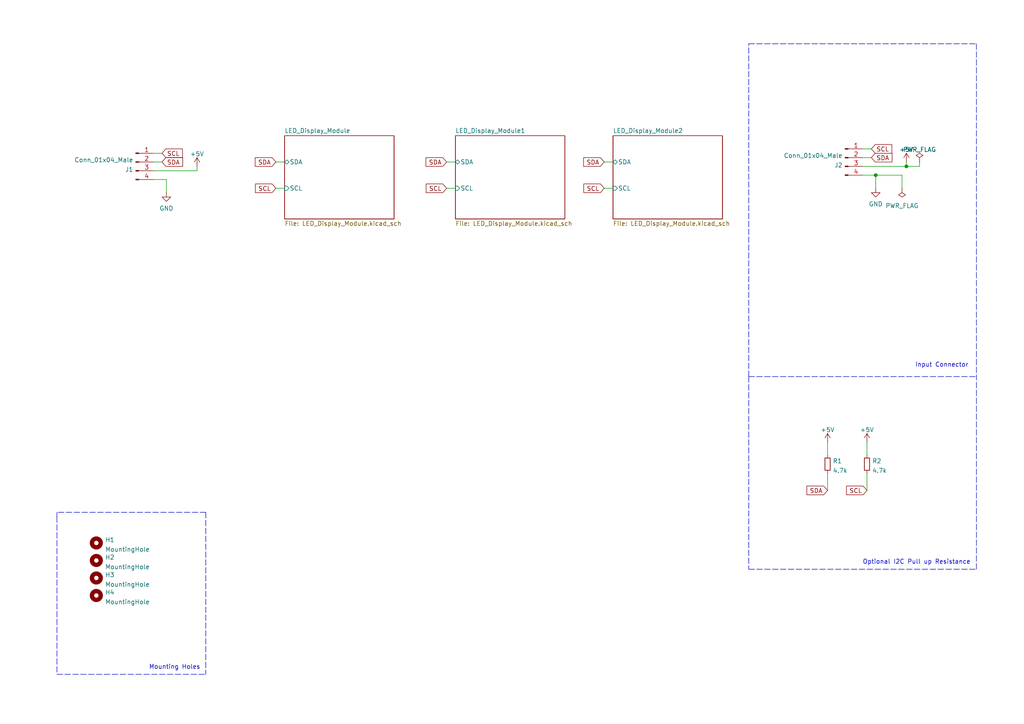
<source format=kicad_sch>
(kicad_sch (version 20211123) (generator eeschema)

  (uuid e63e39d7-6ac0-4ffd-8aa3-1841a4541b55)

  (paper "A4")

  (title_block
    (title "12x 7 Segment Display")
    (date "2023-05-02")
    (rev "v0.1")
    (comment 1 "5V Board")
  )

  (lib_symbols
    (symbol "Connector:Conn_01x04_Male" (pin_names (offset 1.016) hide) (in_bom yes) (on_board yes)
      (property "Reference" "J" (id 0) (at 0 5.08 0)
        (effects (font (size 1.27 1.27)))
      )
      (property "Value" "Conn_01x04_Male" (id 1) (at 0 -7.62 0)
        (effects (font (size 1.27 1.27)))
      )
      (property "Footprint" "" (id 2) (at 0 0 0)
        (effects (font (size 1.27 1.27)) hide)
      )
      (property "Datasheet" "~" (id 3) (at 0 0 0)
        (effects (font (size 1.27 1.27)) hide)
      )
      (property "ki_keywords" "connector" (id 4) (at 0 0 0)
        (effects (font (size 1.27 1.27)) hide)
      )
      (property "ki_description" "Generic connector, single row, 01x04, script generated (kicad-library-utils/schlib/autogen/connector/)" (id 5) (at 0 0 0)
        (effects (font (size 1.27 1.27)) hide)
      )
      (property "ki_fp_filters" "Connector*:*_1x??_*" (id 6) (at 0 0 0)
        (effects (font (size 1.27 1.27)) hide)
      )
      (symbol "Conn_01x04_Male_1_1"
        (polyline
          (pts
            (xy 1.27 -5.08)
            (xy 0.8636 -5.08)
          )
          (stroke (width 0.1524) (type default) (color 0 0 0 0))
          (fill (type none))
        )
        (polyline
          (pts
            (xy 1.27 -2.54)
            (xy 0.8636 -2.54)
          )
          (stroke (width 0.1524) (type default) (color 0 0 0 0))
          (fill (type none))
        )
        (polyline
          (pts
            (xy 1.27 0)
            (xy 0.8636 0)
          )
          (stroke (width 0.1524) (type default) (color 0 0 0 0))
          (fill (type none))
        )
        (polyline
          (pts
            (xy 1.27 2.54)
            (xy 0.8636 2.54)
          )
          (stroke (width 0.1524) (type default) (color 0 0 0 0))
          (fill (type none))
        )
        (rectangle (start 0.8636 -4.953) (end 0 -5.207)
          (stroke (width 0.1524) (type default) (color 0 0 0 0))
          (fill (type outline))
        )
        (rectangle (start 0.8636 -2.413) (end 0 -2.667)
          (stroke (width 0.1524) (type default) (color 0 0 0 0))
          (fill (type outline))
        )
        (rectangle (start 0.8636 0.127) (end 0 -0.127)
          (stroke (width 0.1524) (type default) (color 0 0 0 0))
          (fill (type outline))
        )
        (rectangle (start 0.8636 2.667) (end 0 2.413)
          (stroke (width 0.1524) (type default) (color 0 0 0 0))
          (fill (type outline))
        )
        (pin passive line (at 5.08 2.54 180) (length 3.81)
          (name "Pin_1" (effects (font (size 1.27 1.27))))
          (number "1" (effects (font (size 1.27 1.27))))
        )
        (pin passive line (at 5.08 0 180) (length 3.81)
          (name "Pin_2" (effects (font (size 1.27 1.27))))
          (number "2" (effects (font (size 1.27 1.27))))
        )
        (pin passive line (at 5.08 -2.54 180) (length 3.81)
          (name "Pin_3" (effects (font (size 1.27 1.27))))
          (number "3" (effects (font (size 1.27 1.27))))
        )
        (pin passive line (at 5.08 -5.08 180) (length 3.81)
          (name "Pin_4" (effects (font (size 1.27 1.27))))
          (number "4" (effects (font (size 1.27 1.27))))
        )
      )
    )
    (symbol "Device:R_Small" (pin_numbers hide) (pin_names (offset 0.254) hide) (in_bom yes) (on_board yes)
      (property "Reference" "R" (id 0) (at 0.762 0.508 0)
        (effects (font (size 1.27 1.27)) (justify left))
      )
      (property "Value" "R_Small" (id 1) (at 0.762 -1.016 0)
        (effects (font (size 1.27 1.27)) (justify left))
      )
      (property "Footprint" "" (id 2) (at 0 0 0)
        (effects (font (size 1.27 1.27)) hide)
      )
      (property "Datasheet" "~" (id 3) (at 0 0 0)
        (effects (font (size 1.27 1.27)) hide)
      )
      (property "ki_keywords" "R resistor" (id 4) (at 0 0 0)
        (effects (font (size 1.27 1.27)) hide)
      )
      (property "ki_description" "Resistor, small symbol" (id 5) (at 0 0 0)
        (effects (font (size 1.27 1.27)) hide)
      )
      (property "ki_fp_filters" "R_*" (id 6) (at 0 0 0)
        (effects (font (size 1.27 1.27)) hide)
      )
      (symbol "R_Small_0_1"
        (rectangle (start -0.762 1.778) (end 0.762 -1.778)
          (stroke (width 0.2032) (type default) (color 0 0 0 0))
          (fill (type none))
        )
      )
      (symbol "R_Small_1_1"
        (pin passive line (at 0 2.54 270) (length 0.762)
          (name "~" (effects (font (size 1.27 1.27))))
          (number "1" (effects (font (size 1.27 1.27))))
        )
        (pin passive line (at 0 -2.54 90) (length 0.762)
          (name "~" (effects (font (size 1.27 1.27))))
          (number "2" (effects (font (size 1.27 1.27))))
        )
      )
    )
    (symbol "Mechanical:MountingHole" (pin_names (offset 1.016)) (in_bom yes) (on_board yes)
      (property "Reference" "H" (id 0) (at 0 5.08 0)
        (effects (font (size 1.27 1.27)))
      )
      (property "Value" "MountingHole" (id 1) (at 0 3.175 0)
        (effects (font (size 1.27 1.27)))
      )
      (property "Footprint" "" (id 2) (at 0 0 0)
        (effects (font (size 1.27 1.27)) hide)
      )
      (property "Datasheet" "~" (id 3) (at 0 0 0)
        (effects (font (size 1.27 1.27)) hide)
      )
      (property "ki_keywords" "mounting hole" (id 4) (at 0 0 0)
        (effects (font (size 1.27 1.27)) hide)
      )
      (property "ki_description" "Mounting Hole without connection" (id 5) (at 0 0 0)
        (effects (font (size 1.27 1.27)) hide)
      )
      (property "ki_fp_filters" "MountingHole*" (id 6) (at 0 0 0)
        (effects (font (size 1.27 1.27)) hide)
      )
      (symbol "MountingHole_0_1"
        (circle (center 0 0) (radius 1.27)
          (stroke (width 1.27) (type default) (color 0 0 0 0))
          (fill (type none))
        )
      )
    )
    (symbol "power:+5V" (power) (pin_names (offset 0)) (in_bom yes) (on_board yes)
      (property "Reference" "#PWR" (id 0) (at 0 -3.81 0)
        (effects (font (size 1.27 1.27)) hide)
      )
      (property "Value" "+5V" (id 1) (at 0 3.556 0)
        (effects (font (size 1.27 1.27)))
      )
      (property "Footprint" "" (id 2) (at 0 0 0)
        (effects (font (size 1.27 1.27)) hide)
      )
      (property "Datasheet" "" (id 3) (at 0 0 0)
        (effects (font (size 1.27 1.27)) hide)
      )
      (property "ki_keywords" "power-flag" (id 4) (at 0 0 0)
        (effects (font (size 1.27 1.27)) hide)
      )
      (property "ki_description" "Power symbol creates a global label with name \"+5V\"" (id 5) (at 0 0 0)
        (effects (font (size 1.27 1.27)) hide)
      )
      (symbol "+5V_0_1"
        (polyline
          (pts
            (xy -0.762 1.27)
            (xy 0 2.54)
          )
          (stroke (width 0) (type default) (color 0 0 0 0))
          (fill (type none))
        )
        (polyline
          (pts
            (xy 0 0)
            (xy 0 2.54)
          )
          (stroke (width 0) (type default) (color 0 0 0 0))
          (fill (type none))
        )
        (polyline
          (pts
            (xy 0 2.54)
            (xy 0.762 1.27)
          )
          (stroke (width 0) (type default) (color 0 0 0 0))
          (fill (type none))
        )
      )
      (symbol "+5V_1_1"
        (pin power_in line (at 0 0 90) (length 0) hide
          (name "+5V" (effects (font (size 1.27 1.27))))
          (number "1" (effects (font (size 1.27 1.27))))
        )
      )
    )
    (symbol "power:GND" (power) (pin_names (offset 0)) (in_bom yes) (on_board yes)
      (property "Reference" "#PWR" (id 0) (at 0 -6.35 0)
        (effects (font (size 1.27 1.27)) hide)
      )
      (property "Value" "GND" (id 1) (at 0 -3.81 0)
        (effects (font (size 1.27 1.27)))
      )
      (property "Footprint" "" (id 2) (at 0 0 0)
        (effects (font (size 1.27 1.27)) hide)
      )
      (property "Datasheet" "" (id 3) (at 0 0 0)
        (effects (font (size 1.27 1.27)) hide)
      )
      (property "ki_keywords" "power-flag" (id 4) (at 0 0 0)
        (effects (font (size 1.27 1.27)) hide)
      )
      (property "ki_description" "Power symbol creates a global label with name \"GND\" , ground" (id 5) (at 0 0 0)
        (effects (font (size 1.27 1.27)) hide)
      )
      (symbol "GND_0_1"
        (polyline
          (pts
            (xy 0 0)
            (xy 0 -1.27)
            (xy 1.27 -1.27)
            (xy 0 -2.54)
            (xy -1.27 -1.27)
            (xy 0 -1.27)
          )
          (stroke (width 0) (type default) (color 0 0 0 0))
          (fill (type none))
        )
      )
      (symbol "GND_1_1"
        (pin power_in line (at 0 0 270) (length 0) hide
          (name "GND" (effects (font (size 1.27 1.27))))
          (number "1" (effects (font (size 1.27 1.27))))
        )
      )
    )
    (symbol "power:PWR_FLAG" (power) (pin_numbers hide) (pin_names (offset 0) hide) (in_bom yes) (on_board yes)
      (property "Reference" "#FLG" (id 0) (at 0 1.905 0)
        (effects (font (size 1.27 1.27)) hide)
      )
      (property "Value" "PWR_FLAG" (id 1) (at 0 3.81 0)
        (effects (font (size 1.27 1.27)))
      )
      (property "Footprint" "" (id 2) (at 0 0 0)
        (effects (font (size 1.27 1.27)) hide)
      )
      (property "Datasheet" "~" (id 3) (at 0 0 0)
        (effects (font (size 1.27 1.27)) hide)
      )
      (property "ki_keywords" "power-flag" (id 4) (at 0 0 0)
        (effects (font (size 1.27 1.27)) hide)
      )
      (property "ki_description" "Special symbol for telling ERC where power comes from" (id 5) (at 0 0 0)
        (effects (font (size 1.27 1.27)) hide)
      )
      (symbol "PWR_FLAG_0_0"
        (pin power_out line (at 0 0 90) (length 0)
          (name "pwr" (effects (font (size 1.27 1.27))))
          (number "1" (effects (font (size 1.27 1.27))))
        )
      )
      (symbol "PWR_FLAG_0_1"
        (polyline
          (pts
            (xy 0 0)
            (xy 0 1.27)
            (xy -1.016 1.905)
            (xy 0 2.54)
            (xy 1.016 1.905)
            (xy 0 1.27)
          )
          (stroke (width 0) (type default) (color 0 0 0 0))
          (fill (type none))
        )
      )
    )
  )

  (junction (at 262.89 48.26) (diameter 0) (color 0 0 0 0)
    (uuid 4078674f-9a09-4611-85cf-b623a0480a63)
  )
  (junction (at 254 50.8) (diameter 0) (color 0 0 0 0)
    (uuid b8b0cefe-4db0-4dd6-b26b-e227cbb24e7d)
  )

  (wire (pts (xy 254 54.61) (xy 254 50.8))
    (stroke (width 0) (type default) (color 0 0 0 0))
    (uuid 01a0635a-4b4b-4b92-8a21-40673c4000ed)
  )
  (polyline (pts (xy 283.21 165.1) (xy 283.21 109.22))
    (stroke (width 0) (type default) (color 0 0 0 0))
    (uuid 0712b9b8-019d-4a0f-8d38-3bf52b30d391)
  )
  (polyline (pts (xy 217.17 165.1) (xy 283.21 165.1))
    (stroke (width 0) (type default) (color 0 0 0 0))
    (uuid 088ac48f-11f4-4500-aecc-638400474b10)
  )

  (wire (pts (xy 250.19 43.18) (xy 252.73 43.18))
    (stroke (width 0) (type default) (color 0 0 0 0))
    (uuid 124b5619-e65e-436b-a11b-58a5d59551c6)
  )
  (wire (pts (xy 251.46 137.16) (xy 251.46 142.24))
    (stroke (width 0) (type default) (color 0 0 0 0))
    (uuid 12cebb76-d683-46e5-9484-ff2b0b94c7cf)
  )
  (wire (pts (xy 261.62 54.61) (xy 261.62 50.8))
    (stroke (width 0) (type default) (color 0 0 0 0))
    (uuid 239c0206-83cd-478d-8381-d056e2757f05)
  )
  (wire (pts (xy 129.54 46.99) (xy 132.08 46.99))
    (stroke (width 0) (type default) (color 0 0 0 0))
    (uuid 2e6ec2be-d1f9-4d0d-b7f5-3bc2f63021bf)
  )
  (polyline (pts (xy 217.17 12.7) (xy 283.21 12.7))
    (stroke (width 0) (type default) (color 0 0 0 0))
    (uuid 36eaba23-deb9-43c5-be1a-08496424b11e)
  )
  (polyline (pts (xy 16.51 149.86) (xy 16.51 195.58))
    (stroke (width 0) (type default) (color 0 0 0 0))
    (uuid 3737dedf-1c3e-4d9c-9ffe-5781bd1b1a06)
  )

  (wire (pts (xy 250.19 45.72) (xy 252.73 45.72))
    (stroke (width 0) (type default) (color 0 0 0 0))
    (uuid 3890b4f9-b8cd-425f-88ac-bafeedbd5774)
  )
  (polyline (pts (xy 59.69 148.59) (xy 16.51 148.59))
    (stroke (width 0) (type default) (color 0 0 0 0))
    (uuid 40407d17-b6a4-4dba-8b33-19f89893658a)
  )
  (polyline (pts (xy 59.69 148.59) (xy 59.69 195.58))
    (stroke (width 0) (type default) (color 0 0 0 0))
    (uuid 412071cf-a49e-4517-a116-404e86b9f393)
  )

  (wire (pts (xy 48.26 52.07) (xy 44.45 52.07))
    (stroke (width 0) (type default) (color 0 0 0 0))
    (uuid 4910f028-0c7d-475a-99d5-e0c631b05545)
  )
  (wire (pts (xy 262.89 48.26) (xy 250.19 48.26))
    (stroke (width 0) (type default) (color 0 0 0 0))
    (uuid 4cbc5e3b-1f61-4f63-88eb-61e71d1c76cc)
  )
  (wire (pts (xy 129.54 54.61) (xy 132.08 54.61))
    (stroke (width 0) (type default) (color 0 0 0 0))
    (uuid 51318a03-9552-47f3-a254-5858ecf3f4fc)
  )
  (wire (pts (xy 254 50.8) (xy 261.62 50.8))
    (stroke (width 0) (type default) (color 0 0 0 0))
    (uuid 5233caf7-4363-4fd8-9f2f-e8421abfd801)
  )
  (polyline (pts (xy 16.51 148.59) (xy 16.51 149.86))
    (stroke (width 0) (type default) (color 0 0 0 0))
    (uuid 63d4029b-d31a-42fe-9a48-0dad8e86b2b1)
  )

  (wire (pts (xy 266.7 48.26) (xy 262.89 48.26))
    (stroke (width 0) (type default) (color 0 0 0 0))
    (uuid 76a3a2b4-6865-47b0-bc20-2f4a858e7ef4)
  )
  (wire (pts (xy 57.15 48.26) (xy 57.15 49.53))
    (stroke (width 0) (type default) (color 0 0 0 0))
    (uuid 896392e0-4074-452d-a014-a15ee50eb391)
  )
  (wire (pts (xy 240.03 137.16) (xy 240.03 142.24))
    (stroke (width 0) (type default) (color 0 0 0 0))
    (uuid 89c6f53a-9e14-4c2d-88d1-55b47acf10b0)
  )
  (polyline (pts (xy 217.17 109.22) (xy 217.17 12.7))
    (stroke (width 0) (type default) (color 0 0 0 0))
    (uuid 8eec07ad-3606-4e52-b598-bbdbfe68b67d)
  )

  (wire (pts (xy 48.26 55.88) (xy 48.26 52.07))
    (stroke (width 0) (type default) (color 0 0 0 0))
    (uuid 917bfb45-d876-41c0-a5db-cfb5f67bf9eb)
  )
  (wire (pts (xy 44.45 46.99) (xy 46.99 46.99))
    (stroke (width 0) (type default) (color 0 0 0 0))
    (uuid 9195165a-83f2-4ee8-9769-edafa86ffb63)
  )
  (wire (pts (xy 80.01 54.61) (xy 82.55 54.61))
    (stroke (width 0) (type default) (color 0 0 0 0))
    (uuid 91d5f501-bdc1-4324-82ff-e95683c1cbc3)
  )
  (wire (pts (xy 57.15 49.53) (xy 44.45 49.53))
    (stroke (width 0) (type default) (color 0 0 0 0))
    (uuid 92f31037-40e8-4176-8082-8041f0da9201)
  )
  (wire (pts (xy 254 50.8) (xy 250.19 50.8))
    (stroke (width 0) (type default) (color 0 0 0 0))
    (uuid 98bc586c-4bc3-4a81-a35b-dbb109ca219b)
  )
  (polyline (pts (xy 16.51 195.58) (xy 59.69 195.58))
    (stroke (width 0) (type default) (color 0 0 0 0))
    (uuid a34ee147-cd70-417a-bf76-eb230244614f)
  )
  (polyline (pts (xy 217.17 109.22) (xy 217.17 165.1))
    (stroke (width 0) (type default) (color 0 0 0 0))
    (uuid af7c1d98-5e9c-4048-887f-a1dc5f5a73ee)
  )

  (wire (pts (xy 44.45 44.45) (xy 46.99 44.45))
    (stroke (width 0) (type default) (color 0 0 0 0))
    (uuid b3f959ba-f457-4ee6-bbc3-f18a74f2df4a)
  )
  (wire (pts (xy 175.26 54.61) (xy 177.8 54.61))
    (stroke (width 0) (type default) (color 0 0 0 0))
    (uuid b82b305e-9540-4b0c-a5b8-5003631368ff)
  )
  (wire (pts (xy 251.46 128.27) (xy 251.46 132.08))
    (stroke (width 0) (type default) (color 0 0 0 0))
    (uuid b98c689d-2d82-46a6-95c3-43355c29f57c)
  )
  (wire (pts (xy 80.01 46.99) (xy 82.55 46.99))
    (stroke (width 0) (type default) (color 0 0 0 0))
    (uuid c7b21435-36e2-4cef-aaff-52178cd6daeb)
  )
  (polyline (pts (xy 283.21 12.7) (xy 283.21 109.22))
    (stroke (width 0) (type default) (color 0 0 0 0))
    (uuid c8c05400-6a16-442d-84a3-832e8c1f55e7)
  )

  (wire (pts (xy 175.26 46.99) (xy 177.8 46.99))
    (stroke (width 0) (type default) (color 0 0 0 0))
    (uuid d3a98f69-7542-4ae5-907c-268def51aecb)
  )
  (wire (pts (xy 262.89 46.99) (xy 262.89 48.26))
    (stroke (width 0) (type default) (color 0 0 0 0))
    (uuid ea4ec003-644e-4cba-9db8-e13c0f6a4178)
  )
  (wire (pts (xy 266.7 46.99) (xy 266.7 48.26))
    (stroke (width 0) (type default) (color 0 0 0 0))
    (uuid ebec6771-7f2f-4fe2-be13-0db24026da05)
  )
  (polyline (pts (xy 217.17 109.22) (xy 283.21 109.22))
    (stroke (width 0) (type default) (color 0 0 0 0))
    (uuid ec36feee-9cf5-4bf6-9da6-4608831463b0)
  )

  (wire (pts (xy 240.03 128.27) (xy 240.03 132.08))
    (stroke (width 0) (type default) (color 0 0 0 0))
    (uuid f3527748-f9f4-475f-a406-ca951a2b4b8e)
  )

  (text "Input Connector" (at 265.43 106.68 0)
    (effects (font (size 1.27 1.27)) (justify left bottom))
    (uuid 305cfc64-c3c7-47bf-b012-1004e9938339)
  )
  (text "Mounting Holes" (at 43.18 194.31 0)
    (effects (font (size 1.27 1.27)) (justify left bottom))
    (uuid 6e4966ef-cc84-4180-8010-29d06804cff6)
  )
  (text "Optional I2C Pull up Resistance" (at 250.19 163.83 0)
    (effects (font (size 1.27 1.27)) (justify left bottom))
    (uuid afd33f24-351a-484b-9fa7-d3f46724ad05)
  )

  (global_label "SDA" (shape input) (at 80.01 46.99 180) (fields_autoplaced)
    (effects (font (size 1.27 1.27)) (justify right))
    (uuid 04b4249c-8174-4d99-a754-fd67c4fcb287)
    (property "Intersheet References" "${INTERSHEET_REFS}" (id 0) (at 74.0288 46.9106 0)
      (effects (font (size 1.27 1.27)) (justify right) hide)
    )
  )
  (global_label "SCL" (shape input) (at 80.01 54.61 180) (fields_autoplaced)
    (effects (font (size 1.27 1.27)) (justify right))
    (uuid 0c0d68d4-b90d-46fc-96d2-36ea8209d4c4)
    (property "Intersheet References" "${INTERSHEET_REFS}" (id 0) (at 74.0893 54.5306 0)
      (effects (font (size 1.27 1.27)) (justify right) hide)
    )
  )
  (global_label "SCL" (shape input) (at 251.46 142.24 180) (fields_autoplaced)
    (effects (font (size 1.27 1.27)) (justify right))
    (uuid 17d4989c-8ac2-4f4a-8d94-98a63feca6e0)
    (property "Intersheet References" "${INTERSHEET_REFS}" (id 0) (at 245.5393 142.1606 0)
      (effects (font (size 1.27 1.27)) (justify right) hide)
    )
  )
  (global_label "SCL" (shape input) (at 252.73 43.18 0) (fields_autoplaced)
    (effects (font (size 1.27 1.27)) (justify left))
    (uuid 46ad6c15-948b-44cc-844f-a2f3c0a4eb18)
    (property "Intersheet References" "${INTERSHEET_REFS}" (id 0) (at 258.6507 43.2594 0)
      (effects (font (size 1.27 1.27)) (justify left) hide)
    )
  )
  (global_label "SDA" (shape input) (at 129.54 46.99 180) (fields_autoplaced)
    (effects (font (size 1.27 1.27)) (justify right))
    (uuid 51ecb0d0-0489-4f1b-962f-793df309df99)
    (property "Intersheet References" "${INTERSHEET_REFS}" (id 0) (at 123.5588 46.9106 0)
      (effects (font (size 1.27 1.27)) (justify right) hide)
    )
  )
  (global_label "SDA" (shape input) (at 252.73 45.72 0) (fields_autoplaced)
    (effects (font (size 1.27 1.27)) (justify left))
    (uuid 659baa75-e6ef-458d-8ac7-b52c797e2fe3)
    (property "Intersheet References" "${INTERSHEET_REFS}" (id 0) (at 258.7112 45.7994 0)
      (effects (font (size 1.27 1.27)) (justify left) hide)
    )
  )
  (global_label "SDA" (shape input) (at 46.99 46.99 0) (fields_autoplaced)
    (effects (font (size 1.27 1.27)) (justify left))
    (uuid 89c898ef-0b3d-4878-86ba-12019675d3e0)
    (property "Intersheet References" "${INTERSHEET_REFS}" (id 0) (at 52.9712 47.0694 0)
      (effects (font (size 1.27 1.27)) (justify left) hide)
    )
  )
  (global_label "SCL" (shape input) (at 46.99 44.45 0) (fields_autoplaced)
    (effects (font (size 1.27 1.27)) (justify left))
    (uuid b742bb06-0131-4381-8731-d6d2889dcfcd)
    (property "Intersheet References" "${INTERSHEET_REFS}" (id 0) (at 52.9107 44.5294 0)
      (effects (font (size 1.27 1.27)) (justify left) hide)
    )
  )
  (global_label "SDA" (shape input) (at 240.03 142.24 180) (fields_autoplaced)
    (effects (font (size 1.27 1.27)) (justify right))
    (uuid c231d516-1bd4-4fea-b9cd-3df8f67b60d1)
    (property "Intersheet References" "${INTERSHEET_REFS}" (id 0) (at 234.0488 142.1606 0)
      (effects (font (size 1.27 1.27)) (justify right) hide)
    )
  )
  (global_label "SCL" (shape input) (at 175.26 54.61 180) (fields_autoplaced)
    (effects (font (size 1.27 1.27)) (justify right))
    (uuid c54d2a9b-3905-4471-a927-1714508f3bdc)
    (property "Intersheet References" "${INTERSHEET_REFS}" (id 0) (at 169.3393 54.5306 0)
      (effects (font (size 1.27 1.27)) (justify right) hide)
    )
  )
  (global_label "SDA" (shape input) (at 175.26 46.99 180) (fields_autoplaced)
    (effects (font (size 1.27 1.27)) (justify right))
    (uuid d99a6c3d-0080-4e0f-b210-c29b19487390)
    (property "Intersheet References" "${INTERSHEET_REFS}" (id 0) (at 169.2788 46.9106 0)
      (effects (font (size 1.27 1.27)) (justify right) hide)
    )
  )
  (global_label "SCL" (shape input) (at 129.54 54.61 180) (fields_autoplaced)
    (effects (font (size 1.27 1.27)) (justify right))
    (uuid f3ad555d-b866-47e4-8707-2b6e35ea405e)
    (property "Intersheet References" "${INTERSHEET_REFS}" (id 0) (at 123.6193 54.5306 0)
      (effects (font (size 1.27 1.27)) (justify right) hide)
    )
  )

  (symbol (lib_id "Device:R_Small") (at 251.46 134.62 0) (unit 1)
    (in_bom yes) (on_board yes) (fields_autoplaced)
    (uuid 06dd1f78-c427-44ef-b5c3-f91461283915)
    (property "Reference" "R2" (id 0) (at 252.9586 133.7115 0)
      (effects (font (size 1.27 1.27)) (justify left))
    )
    (property "Value" "4.7k" (id 1) (at 252.9586 136.4866 0)
      (effects (font (size 1.27 1.27)) (justify left))
    )
    (property "Footprint" "Resistor_SMD:R_0805_2012Metric" (id 2) (at 251.46 134.62 0)
      (effects (font (size 1.27 1.27)) hide)
    )
    (property "Datasheet" "~" (id 3) (at 251.46 134.62 0)
      (effects (font (size 1.27 1.27)) hide)
    )
    (pin "1" (uuid 17c7f0c2-86df-428b-981e-e45daf70403e))
    (pin "2" (uuid 5d2bd0cf-c344-48cd-8987-ff8a38c2a57f))
  )

  (symbol (lib_id "power:GND") (at 254 54.61 0) (unit 1)
    (in_bom yes) (on_board yes) (fields_autoplaced)
    (uuid 17d4c0e8-bb23-4ad6-ae66-181168b40a15)
    (property "Reference" "#PWR05" (id 0) (at 254 60.96 0)
      (effects (font (size 1.27 1.27)) hide)
    )
    (property "Value" "GND" (id 1) (at 254 59.1725 0))
    (property "Footprint" "" (id 2) (at 254 54.61 0)
      (effects (font (size 1.27 1.27)) hide)
    )
    (property "Datasheet" "" (id 3) (at 254 54.61 0)
      (effects (font (size 1.27 1.27)) hide)
    )
    (pin "1" (uuid 39e55d29-849b-4e4d-a3b1-45596fe5f0d1))
  )

  (symbol (lib_id "Mechanical:MountingHole") (at 27.94 162.56 0) (unit 1)
    (in_bom yes) (on_board yes) (fields_autoplaced)
    (uuid 20d296c6-5f68-4d7c-9c4b-005214ba8374)
    (property "Reference" "H2" (id 0) (at 30.48 161.6515 0)
      (effects (font (size 1.27 1.27)) (justify left))
    )
    (property "Value" "MountingHole" (id 1) (at 30.48 164.4266 0)
      (effects (font (size 1.27 1.27)) (justify left))
    )
    (property "Footprint" "MountingHole:MountingHole_3.2mm_M3_ISO14580" (id 2) (at 27.94 162.56 0)
      (effects (font (size 1.27 1.27)) hide)
    )
    (property "Datasheet" "~" (id 3) (at 27.94 162.56 0)
      (effects (font (size 1.27 1.27)) hide)
    )
  )

  (symbol (lib_id "power:+5V") (at 262.89 46.99 0) (unit 1)
    (in_bom yes) (on_board yes) (fields_autoplaced)
    (uuid 2dc89711-a749-4e03-ab8c-ce6b2ef5c5db)
    (property "Reference" "#PWR06" (id 0) (at 262.89 50.8 0)
      (effects (font (size 1.27 1.27)) hide)
    )
    (property "Value" "+5V" (id 1) (at 262.89 43.3855 0))
    (property "Footprint" "" (id 2) (at 262.89 46.99 0)
      (effects (font (size 1.27 1.27)) hide)
    )
    (property "Datasheet" "" (id 3) (at 262.89 46.99 0)
      (effects (font (size 1.27 1.27)) hide)
    )
    (pin "1" (uuid b0a8d625-1a23-4b9b-b2bf-e5712d0b6010))
  )

  (symbol (lib_id "Mechanical:MountingHole") (at 27.94 157.48 0) (unit 1)
    (in_bom yes) (on_board yes) (fields_autoplaced)
    (uuid 38af21c2-2f57-4500-8e09-718cf2a43554)
    (property "Reference" "H1" (id 0) (at 30.48 156.5715 0)
      (effects (font (size 1.27 1.27)) (justify left))
    )
    (property "Value" "MountingHole" (id 1) (at 30.48 159.3466 0)
      (effects (font (size 1.27 1.27)) (justify left))
    )
    (property "Footprint" "MountingHole:MountingHole_3.2mm_M3_ISO14580" (id 2) (at 27.94 157.48 0)
      (effects (font (size 1.27 1.27)) hide)
    )
    (property "Datasheet" "~" (id 3) (at 27.94 157.48 0)
      (effects (font (size 1.27 1.27)) hide)
    )
  )

  (symbol (lib_id "Connector:Conn_01x04_Male") (at 39.37 46.99 0) (unit 1)
    (in_bom yes) (on_board yes) (fields_autoplaced)
    (uuid 38ee5dd8-aace-4d3e-9ea2-4a946997130a)
    (property "Reference" "J1" (id 0) (at 38.6588 49.1685 0)
      (effects (font (size 1.27 1.27)) (justify right))
    )
    (property "Value" "Conn_01x04_Male" (id 1) (at 38.6588 46.3934 0)
      (effects (font (size 1.27 1.27)) (justify right))
    )
    (property "Footprint" "Connector_JST:JST_PH_S4B-PH-K_1x04_P2.00mm_Horizontal" (id 2) (at 39.37 46.99 0)
      (effects (font (size 1.27 1.27)) hide)
    )
    (property "Datasheet" "~" (id 3) (at 39.37 46.99 0)
      (effects (font (size 1.27 1.27)) hide)
    )
    (pin "1" (uuid 11e76ef2-618d-4ad6-8a58-2f677f10418e))
    (pin "2" (uuid 3a388a01-f7b8-4922-86c7-9ca59cd7f7bf))
    (pin "3" (uuid 1331f677-b691-4a77-b213-b51e045a2923))
    (pin "4" (uuid 7a5551fb-c640-4168-8655-b91cc38fa622))
  )

  (symbol (lib_id "power:PWR_FLAG") (at 266.7 46.99 0) (unit 1)
    (in_bom yes) (on_board yes) (fields_autoplaced)
    (uuid 3e264811-59df-4b1a-8b33-45c253e5a6ba)
    (property "Reference" "#FLG02" (id 0) (at 266.7 45.085 0)
      (effects (font (size 1.27 1.27)) hide)
    )
    (property "Value" "PWR_FLAG" (id 1) (at 266.7 43.3855 0))
    (property "Footprint" "" (id 2) (at 266.7 46.99 0)
      (effects (font (size 1.27 1.27)) hide)
    )
    (property "Datasheet" "~" (id 3) (at 266.7 46.99 0)
      (effects (font (size 1.27 1.27)) hide)
    )
    (pin "1" (uuid cb282486-244c-44b1-ae79-f522582bdba4))
  )

  (symbol (lib_id "power:GND") (at 48.26 55.88 0) (unit 1)
    (in_bom yes) (on_board yes) (fields_autoplaced)
    (uuid 43e1096f-d595-40d7-879b-284785be46cb)
    (property "Reference" "#PWR01" (id 0) (at 48.26 62.23 0)
      (effects (font (size 1.27 1.27)) hide)
    )
    (property "Value" "GND" (id 1) (at 48.26 60.4425 0))
    (property "Footprint" "" (id 2) (at 48.26 55.88 0)
      (effects (font (size 1.27 1.27)) hide)
    )
    (property "Datasheet" "" (id 3) (at 48.26 55.88 0)
      (effects (font (size 1.27 1.27)) hide)
    )
    (pin "1" (uuid 8e9cc254-7baa-45d1-b6de-82da844a5312))
  )

  (symbol (lib_id "Mechanical:MountingHole") (at 27.94 167.64 0) (unit 1)
    (in_bom yes) (on_board yes) (fields_autoplaced)
    (uuid 7bf5ee07-b8da-455d-b34c-4cd879bce687)
    (property "Reference" "H3" (id 0) (at 30.48 166.7315 0)
      (effects (font (size 1.27 1.27)) (justify left))
    )
    (property "Value" "MountingHole" (id 1) (at 30.48 169.5066 0)
      (effects (font (size 1.27 1.27)) (justify left))
    )
    (property "Footprint" "MountingHole:MountingHole_3.2mm_M3_ISO14580" (id 2) (at 27.94 167.64 0)
      (effects (font (size 1.27 1.27)) hide)
    )
    (property "Datasheet" "~" (id 3) (at 27.94 167.64 0)
      (effects (font (size 1.27 1.27)) hide)
    )
  )

  (symbol (lib_id "power:+5V") (at 251.46 128.27 0) (unit 1)
    (in_bom yes) (on_board yes) (fields_autoplaced)
    (uuid 959935f9-cd4e-4a4a-ba16-b5d789d067e7)
    (property "Reference" "#PWR04" (id 0) (at 251.46 132.08 0)
      (effects (font (size 1.27 1.27)) hide)
    )
    (property "Value" "+5V" (id 1) (at 251.46 124.6655 0))
    (property "Footprint" "" (id 2) (at 251.46 128.27 0)
      (effects (font (size 1.27 1.27)) hide)
    )
    (property "Datasheet" "" (id 3) (at 251.46 128.27 0)
      (effects (font (size 1.27 1.27)) hide)
    )
    (pin "1" (uuid 0a03e054-62ea-44e6-8979-c315a19cf533))
  )

  (symbol (lib_id "Connector:Conn_01x04_Male") (at 245.11 45.72 0) (unit 1)
    (in_bom yes) (on_board yes) (fields_autoplaced)
    (uuid af2ca40d-a4e7-45df-a1ed-be788488d27d)
    (property "Reference" "J2" (id 0) (at 244.3988 47.8985 0)
      (effects (font (size 1.27 1.27)) (justify right))
    )
    (property "Value" "Conn_01x04_Male" (id 1) (at 244.3988 45.1234 0)
      (effects (font (size 1.27 1.27)) (justify right))
    )
    (property "Footprint" "Connector_JST:JST_PH_S4B-PH-K_1x04_P2.00mm_Horizontal" (id 2) (at 245.11 45.72 0)
      (effects (font (size 1.27 1.27)) hide)
    )
    (property "Datasheet" "~" (id 3) (at 245.11 45.72 0)
      (effects (font (size 1.27 1.27)) hide)
    )
    (pin "1" (uuid ec43dd40-6ad6-49bd-b053-c16bfed2c3bd))
    (pin "2" (uuid 11a40658-1d1a-4c24-871b-be7bd5e3ab6b))
    (pin "3" (uuid cc77dd8c-304d-4418-8696-764fa1ed0ac2))
    (pin "4" (uuid 2d99b1fd-4676-4d86-a373-e48d6eb5908c))
  )

  (symbol (lib_id "power:PWR_FLAG") (at 261.62 54.61 180) (unit 1)
    (in_bom yes) (on_board yes)
    (uuid c9ed2d80-1f3c-4a2c-9a6d-ce8f4c150446)
    (property "Reference" "#FLG01" (id 0) (at 261.62 56.515 0)
      (effects (font (size 1.27 1.27)) hide)
    )
    (property "Value" "PWR_FLAG" (id 1) (at 261.62 59.69 0))
    (property "Footprint" "" (id 2) (at 261.62 54.61 0)
      (effects (font (size 1.27 1.27)) hide)
    )
    (property "Datasheet" "~" (id 3) (at 261.62 54.61 0)
      (effects (font (size 1.27 1.27)) hide)
    )
    (pin "1" (uuid 8a9b914d-73b9-41cf-87da-cc56cd1ba60b))
  )

  (symbol (lib_id "Device:R_Small") (at 240.03 134.62 0) (unit 1)
    (in_bom yes) (on_board yes) (fields_autoplaced)
    (uuid d7920bc2-a510-477a-931e-6bbb61812708)
    (property "Reference" "R1" (id 0) (at 241.5286 133.7115 0)
      (effects (font (size 1.27 1.27)) (justify left))
    )
    (property "Value" "4.7k" (id 1) (at 241.5286 136.4866 0)
      (effects (font (size 1.27 1.27)) (justify left))
    )
    (property "Footprint" "Resistor_SMD:R_0805_2012Metric" (id 2) (at 240.03 134.62 0)
      (effects (font (size 1.27 1.27)) hide)
    )
    (property "Datasheet" "~" (id 3) (at 240.03 134.62 0)
      (effects (font (size 1.27 1.27)) hide)
    )
    (pin "1" (uuid 843baa2e-edaa-47c8-a334-4f89193d75b2))
    (pin "2" (uuid 35379b33-918c-4a0f-9601-7a94a674fb51))
  )

  (symbol (lib_id "power:+5V") (at 240.03 128.27 0) (unit 1)
    (in_bom yes) (on_board yes) (fields_autoplaced)
    (uuid e11ecf44-1afa-45a5-b220-1ec83d270906)
    (property "Reference" "#PWR03" (id 0) (at 240.03 132.08 0)
      (effects (font (size 1.27 1.27)) hide)
    )
    (property "Value" "+5V" (id 1) (at 240.03 124.6655 0))
    (property "Footprint" "" (id 2) (at 240.03 128.27 0)
      (effects (font (size 1.27 1.27)) hide)
    )
    (property "Datasheet" "" (id 3) (at 240.03 128.27 0)
      (effects (font (size 1.27 1.27)) hide)
    )
    (pin "1" (uuid 6af12742-00a8-49ef-8646-7b8e246b9dfb))
  )

  (symbol (lib_id "power:+5V") (at 57.15 48.26 0) (unit 1)
    (in_bom yes) (on_board yes) (fields_autoplaced)
    (uuid efb00120-20bf-4a55-addd-2dfd58d88fda)
    (property "Reference" "#PWR02" (id 0) (at 57.15 52.07 0)
      (effects (font (size 1.27 1.27)) hide)
    )
    (property "Value" "+5V" (id 1) (at 57.15 44.6555 0))
    (property "Footprint" "" (id 2) (at 57.15 48.26 0)
      (effects (font (size 1.27 1.27)) hide)
    )
    (property "Datasheet" "" (id 3) (at 57.15 48.26 0)
      (effects (font (size 1.27 1.27)) hide)
    )
    (pin "1" (uuid 5c2aa1ef-04c0-4a4b-b98d-e03179bd5fec))
  )

  (symbol (lib_id "Mechanical:MountingHole") (at 27.94 172.72 0) (unit 1)
    (in_bom yes) (on_board yes) (fields_autoplaced)
    (uuid f34b6ae0-3346-4f9b-a3b2-3c166280443b)
    (property "Reference" "H4" (id 0) (at 30.48 171.8115 0)
      (effects (font (size 1.27 1.27)) (justify left))
    )
    (property "Value" "MountingHole" (id 1) (at 30.48 174.5866 0)
      (effects (font (size 1.27 1.27)) (justify left))
    )
    (property "Footprint" "MountingHole:MountingHole_3.2mm_M3_ISO14580" (id 2) (at 27.94 172.72 0)
      (effects (font (size 1.27 1.27)) hide)
    )
    (property "Datasheet" "~" (id 3) (at 27.94 172.72 0)
      (effects (font (size 1.27 1.27)) hide)
    )
  )

  (sheet (at 132.08 39.37) (size 31.75 24.13) (fields_autoplaced)
    (stroke (width 0.1524) (type solid) (color 0 0 0 0))
    (fill (color 0 0 0 0.0000))
    (uuid 0ae7d831-a065-4601-9f9d-c26d40fd3d00)
    (property "Sheet name" "LED_Display_Module1" (id 0) (at 132.08 38.6584 0)
      (effects (font (size 1.27 1.27)) (justify left bottom))
    )
    (property "Sheet file" "LED_Display_Module.kicad_sch" (id 1) (at 132.08 64.0846 0)
      (effects (font (size 1.27 1.27)) (justify left top))
    )
    (pin "SDA" bidirectional (at 132.08 46.99 180)
      (effects (font (size 1.27 1.27)) (justify left))
      (uuid a1981c22-2130-4957-b761-adfbcf4afc7b)
    )
    (pin "SCL" input (at 132.08 54.61 180)
      (effects (font (size 1.27 1.27)) (justify left))
      (uuid 366003de-c56d-4a60-83cf-86521f43c262)
    )
  )

  (sheet (at 82.55 39.37) (size 31.75 24.13) (fields_autoplaced)
    (stroke (width 0.1524) (type solid) (color 0 0 0 0))
    (fill (color 0 0 0 0.0000))
    (uuid 6025dc9f-5035-4941-a342-733b756ac746)
    (property "Sheet name" "LED_Display_Module" (id 0) (at 82.55 38.6584 0)
      (effects (font (size 1.27 1.27)) (justify left bottom))
    )
    (property "Sheet file" "LED_Display_Module.kicad_sch" (id 1) (at 82.55 64.0846 0)
      (effects (font (size 1.27 1.27)) (justify left top))
    )
    (pin "SDA" bidirectional (at 82.55 46.99 180)
      (effects (font (size 1.27 1.27)) (justify left))
      (uuid e163383b-ae20-4647-8f92-c59fa1bdc4b7)
    )
    (pin "SCL" input (at 82.55 54.61 180)
      (effects (font (size 1.27 1.27)) (justify left))
      (uuid c3542578-25e1-4527-96a3-4c87b8267fb8)
    )
  )

  (sheet (at 177.8 39.37) (size 31.75 24.13) (fields_autoplaced)
    (stroke (width 0.1524) (type solid) (color 0 0 0 0))
    (fill (color 0 0 0 0.0000))
    (uuid 77825d2c-fa22-40ba-968b-c896e14ef72e)
    (property "Sheet name" "LED_Display_Module2" (id 0) (at 177.8 38.6584 0)
      (effects (font (size 1.27 1.27)) (justify left bottom))
    )
    (property "Sheet file" "LED_Display_Module.kicad_sch" (id 1) (at 177.8 64.0846 0)
      (effects (font (size 1.27 1.27)) (justify left top))
    )
    (pin "SDA" bidirectional (at 177.8 46.99 180)
      (effects (font (size 1.27 1.27)) (justify left))
      (uuid 78290d45-7697-4a18-8106-2bc05fa46138)
    )
    (pin "SCL" input (at 177.8 54.61 180)
      (effects (font (size 1.27 1.27)) (justify left))
      (uuid 990a7bf4-716c-4079-b121-8e05696b4311)
    )
  )

  (sheet_instances
    (path "/" (page "1"))
    (path "/6025dc9f-5035-4941-a342-733b756ac746" (page "2"))
    (path "/0ae7d831-a065-4601-9f9d-c26d40fd3d00" (page "3"))
    (path "/77825d2c-fa22-40ba-968b-c896e14ef72e" (page "4"))
  )

  (symbol_instances
    (path "/c9ed2d80-1f3c-4a2c-9a6d-ce8f4c150446"
      (reference "#FLG01") (unit 1) (value "PWR_FLAG") (footprint "")
    )
    (path "/3e264811-59df-4b1a-8b33-45c253e5a6ba"
      (reference "#FLG02") (unit 1) (value "PWR_FLAG") (footprint "")
    )
    (path "/43e1096f-d595-40d7-879b-284785be46cb"
      (reference "#PWR01") (unit 1) (value "GND") (footprint "")
    )
    (path "/efb00120-20bf-4a55-addd-2dfd58d88fda"
      (reference "#PWR02") (unit 1) (value "+5V") (footprint "")
    )
    (path "/e11ecf44-1afa-45a5-b220-1ec83d270906"
      (reference "#PWR03") (unit 1) (value "+5V") (footprint "")
    )
    (path "/959935f9-cd4e-4a4a-ba16-b5d789d067e7"
      (reference "#PWR04") (unit 1) (value "+5V") (footprint "")
    )
    (path "/17d4c0e8-bb23-4ad6-ae66-181168b40a15"
      (reference "#PWR05") (unit 1) (value "GND") (footprint "")
    )
    (path "/2dc89711-a749-4e03-ab8c-ce6b2ef5c5db"
      (reference "#PWR06") (unit 1) (value "+5V") (footprint "")
    )
    (path "/6025dc9f-5035-4941-a342-733b756ac746/b7836fd6-a74d-4e94-ad82-c4dc76c182c2"
      (reference "#PWR07") (unit 1) (value "+5V") (footprint "")
    )
    (path "/6025dc9f-5035-4941-a342-733b756ac746/43f8a5ea-9cbb-4647-a8f7-5663d7b2721a"
      (reference "#PWR08") (unit 1) (value "GND") (footprint "")
    )
    (path "/6025dc9f-5035-4941-a342-733b756ac746/600a53dd-2adb-436c-a538-08044db00eef"
      (reference "#PWR09") (unit 1) (value "GND") (footprint "")
    )
    (path "/6025dc9f-5035-4941-a342-733b756ac746/5a01e871-5f13-438d-b3d8-dd15c357b7ad"
      (reference "#PWR010") (unit 1) (value "+5V") (footprint "")
    )
    (path "/6025dc9f-5035-4941-a342-733b756ac746/9b96d2d4-2704-4a42-bc9a-6be0be5a28e6"
      (reference "#PWR011") (unit 1) (value "GND") (footprint "")
    )
    (path "/6025dc9f-5035-4941-a342-733b756ac746/69fb6ff5-b78c-4af9-a632-2e25cfb3e41e"
      (reference "#PWR012") (unit 1) (value "+5V") (footprint "")
    )
    (path "/6025dc9f-5035-4941-a342-733b756ac746/39b59b35-7b1d-415c-b8fc-f24fa56122c7"
      (reference "#PWR013") (unit 1) (value "+5V") (footprint "")
    )
    (path "/0ae7d831-a065-4601-9f9d-c26d40fd3d00/b7836fd6-a74d-4e94-ad82-c4dc76c182c2"
      (reference "#PWR014") (unit 1) (value "+5V") (footprint "")
    )
    (path "/0ae7d831-a065-4601-9f9d-c26d40fd3d00/43f8a5ea-9cbb-4647-a8f7-5663d7b2721a"
      (reference "#PWR015") (unit 1) (value "GND") (footprint "")
    )
    (path "/0ae7d831-a065-4601-9f9d-c26d40fd3d00/600a53dd-2adb-436c-a538-08044db00eef"
      (reference "#PWR016") (unit 1) (value "GND") (footprint "")
    )
    (path "/0ae7d831-a065-4601-9f9d-c26d40fd3d00/5a01e871-5f13-438d-b3d8-dd15c357b7ad"
      (reference "#PWR017") (unit 1) (value "+5V") (footprint "")
    )
    (path "/0ae7d831-a065-4601-9f9d-c26d40fd3d00/9b96d2d4-2704-4a42-bc9a-6be0be5a28e6"
      (reference "#PWR018") (unit 1) (value "GND") (footprint "")
    )
    (path "/0ae7d831-a065-4601-9f9d-c26d40fd3d00/69fb6ff5-b78c-4af9-a632-2e25cfb3e41e"
      (reference "#PWR019") (unit 1) (value "+5V") (footprint "")
    )
    (path "/0ae7d831-a065-4601-9f9d-c26d40fd3d00/39b59b35-7b1d-415c-b8fc-f24fa56122c7"
      (reference "#PWR020") (unit 1) (value "+5V") (footprint "")
    )
    (path "/77825d2c-fa22-40ba-968b-c896e14ef72e/b7836fd6-a74d-4e94-ad82-c4dc76c182c2"
      (reference "#PWR021") (unit 1) (value "+5V") (footprint "")
    )
    (path "/77825d2c-fa22-40ba-968b-c896e14ef72e/43f8a5ea-9cbb-4647-a8f7-5663d7b2721a"
      (reference "#PWR022") (unit 1) (value "GND") (footprint "")
    )
    (path "/77825d2c-fa22-40ba-968b-c896e14ef72e/600a53dd-2adb-436c-a538-08044db00eef"
      (reference "#PWR023") (unit 1) (value "GND") (footprint "")
    )
    (path "/77825d2c-fa22-40ba-968b-c896e14ef72e/5a01e871-5f13-438d-b3d8-dd15c357b7ad"
      (reference "#PWR024") (unit 1) (value "+5V") (footprint "")
    )
    (path "/77825d2c-fa22-40ba-968b-c896e14ef72e/9b96d2d4-2704-4a42-bc9a-6be0be5a28e6"
      (reference "#PWR025") (unit 1) (value "GND") (footprint "")
    )
    (path "/77825d2c-fa22-40ba-968b-c896e14ef72e/69fb6ff5-b78c-4af9-a632-2e25cfb3e41e"
      (reference "#PWR026") (unit 1) (value "+5V") (footprint "")
    )
    (path "/77825d2c-fa22-40ba-968b-c896e14ef72e/39b59b35-7b1d-415c-b8fc-f24fa56122c7"
      (reference "#PWR027") (unit 1) (value "+5V") (footprint "")
    )
    (path "/6025dc9f-5035-4941-a342-733b756ac746/3db941d6-cd8d-4d81-9286-2b8bd3f70e74"
      (reference "C1") (unit 1) (value "2.7n") (footprint "Capacitor_SMD:C_0805_2012Metric")
    )
    (path "/6025dc9f-5035-4941-a342-733b756ac746/366a3063-3e08-4768-96ad-312b919ee5ec"
      (reference "C2") (unit 1) (value "100n") (footprint "Capacitor_SMD:C_0805_2012Metric")
    )
    (path "/0ae7d831-a065-4601-9f9d-c26d40fd3d00/3db941d6-cd8d-4d81-9286-2b8bd3f70e74"
      (reference "C3") (unit 1) (value "2.7n") (footprint "Capacitor_SMD:C_0805_2012Metric")
    )
    (path "/0ae7d831-a065-4601-9f9d-c26d40fd3d00/366a3063-3e08-4768-96ad-312b919ee5ec"
      (reference "C4") (unit 1) (value "100n") (footprint "Capacitor_SMD:C_0805_2012Metric")
    )
    (path "/77825d2c-fa22-40ba-968b-c896e14ef72e/3db941d6-cd8d-4d81-9286-2b8bd3f70e74"
      (reference "C5") (unit 1) (value "2.7n") (footprint "Capacitor_SMD:C_0805_2012Metric")
    )
    (path "/77825d2c-fa22-40ba-968b-c896e14ef72e/366a3063-3e08-4768-96ad-312b919ee5ec"
      (reference "C6") (unit 1) (value "100n") (footprint "Capacitor_SMD:C_0805_2012Metric")
    )
    (path "/38af21c2-2f57-4500-8e09-718cf2a43554"
      (reference "H1") (unit 1) (value "MountingHole") (footprint "MountingHole:MountingHole_3.2mm_M3_ISO14580")
    )
    (path "/20d296c6-5f68-4d7c-9c4b-005214ba8374"
      (reference "H2") (unit 1) (value "MountingHole") (footprint "MountingHole:MountingHole_3.2mm_M3_ISO14580")
    )
    (path "/7bf5ee07-b8da-455d-b34c-4cd879bce687"
      (reference "H3") (unit 1) (value "MountingHole") (footprint "MountingHole:MountingHole_3.2mm_M3_ISO14580")
    )
    (path "/f34b6ae0-3346-4f9b-a3b2-3c166280443b"
      (reference "H4") (unit 1) (value "MountingHole") (footprint "MountingHole:MountingHole_3.2mm_M3_ISO14580")
    )
    (path "/38ee5dd8-aace-4d3e-9ea2-4a946997130a"
      (reference "J1") (unit 1) (value "Conn_01x04_Male") (footprint "Connector_JST:JST_PH_S4B-PH-K_1x04_P2.00mm_Horizontal")
    )
    (path "/af2ca40d-a4e7-45df-a1ed-be788488d27d"
      (reference "J2") (unit 1) (value "Conn_01x04_Male") (footprint "Connector_JST:JST_PH_S4B-PH-K_1x04_P2.00mm_Horizontal")
    )
    (path "/6025dc9f-5035-4941-a342-733b756ac746/a7894b3a-13fb-4cdb-8bec-8af654eb1a53"
      (reference "Q1") (unit 1) (value "BC817") (footprint "Package_TO_SOT_SMD:SOT-23")
    )
    (path "/6025dc9f-5035-4941-a342-733b756ac746/80b3eefa-3636-4e23-8967-487c9b48c80b"
      (reference "Q2") (unit 1) (value "BC817") (footprint "Package_TO_SOT_SMD:SOT-23")
    )
    (path "/0ae7d831-a065-4601-9f9d-c26d40fd3d00/a7894b3a-13fb-4cdb-8bec-8af654eb1a53"
      (reference "Q3") (unit 1) (value "BC817") (footprint "Package_TO_SOT_SMD:SOT-23")
    )
    (path "/0ae7d831-a065-4601-9f9d-c26d40fd3d00/80b3eefa-3636-4e23-8967-487c9b48c80b"
      (reference "Q4") (unit 1) (value "BC817") (footprint "Package_TO_SOT_SMD:SOT-23")
    )
    (path "/77825d2c-fa22-40ba-968b-c896e14ef72e/a7894b3a-13fb-4cdb-8bec-8af654eb1a53"
      (reference "Q5") (unit 1) (value "BC817") (footprint "Package_TO_SOT_SMD:SOT-23")
    )
    (path "/77825d2c-fa22-40ba-968b-c896e14ef72e/80b3eefa-3636-4e23-8967-487c9b48c80b"
      (reference "Q6") (unit 1) (value "BC817") (footprint "Package_TO_SOT_SMD:SOT-23")
    )
    (path "/d7920bc2-a510-477a-931e-6bbb61812708"
      (reference "R1") (unit 1) (value "4.7k") (footprint "Resistor_SMD:R_0805_2012Metric")
    )
    (path "/06dd1f78-c427-44ef-b5c3-f91461283915"
      (reference "R2") (unit 1) (value "4.7k") (footprint "Resistor_SMD:R_0805_2012Metric")
    )
    (path "/6025dc9f-5035-4941-a342-733b756ac746/bf366dff-e9f9-423e-a52a-219a6b1b8be5"
      (reference "R3") (unit 1) (value "7.5k") (footprint "Resistor_SMD:R_0805_2012Metric")
    )
    (path "/6025dc9f-5035-4941-a342-733b756ac746/8ae0dc20-fc0e-4f2c-b6ca-73cb1a74ed93"
      (reference "R4") (unit 1) (value "5k") (footprint "Resistor_SMD:R_0805_2012Metric")
    )
    (path "/6025dc9f-5035-4941-a342-733b756ac746/bcad28b7-2d52-4a51-b187-c505d6dccdee"
      (reference "R5") (unit 1) (value "220") (footprint "Resistor_SMD:R_0805_2012Metric")
    )
    (path "/6025dc9f-5035-4941-a342-733b756ac746/12228e1f-c048-4687-b1aa-483fbeec3aec"
      (reference "R6") (unit 1) (value "220") (footprint "Resistor_SMD:R_0805_2012Metric")
    )
    (path "/0ae7d831-a065-4601-9f9d-c26d40fd3d00/bf366dff-e9f9-423e-a52a-219a6b1b8be5"
      (reference "R7") (unit 1) (value "7.5k") (footprint "Resistor_SMD:R_0805_2012Metric")
    )
    (path "/0ae7d831-a065-4601-9f9d-c26d40fd3d00/8ae0dc20-fc0e-4f2c-b6ca-73cb1a74ed93"
      (reference "R8") (unit 1) (value "5k") (footprint "Resistor_SMD:R_0805_2012Metric")
    )
    (path "/0ae7d831-a065-4601-9f9d-c26d40fd3d00/bcad28b7-2d52-4a51-b187-c505d6dccdee"
      (reference "R9") (unit 1) (value "220") (footprint "Resistor_SMD:R_0805_2012Metric")
    )
    (path "/0ae7d831-a065-4601-9f9d-c26d40fd3d00/12228e1f-c048-4687-b1aa-483fbeec3aec"
      (reference "R10") (unit 1) (value "220") (footprint "Resistor_SMD:R_0805_2012Metric")
    )
    (path "/77825d2c-fa22-40ba-968b-c896e14ef72e/bf366dff-e9f9-423e-a52a-219a6b1b8be5"
      (reference "R11") (unit 1) (value "7.5k") (footprint "Resistor_SMD:R_0805_2012Metric")
    )
    (path "/77825d2c-fa22-40ba-968b-c896e14ef72e/8ae0dc20-fc0e-4f2c-b6ca-73cb1a74ed93"
      (reference "R12") (unit 1) (value "5k") (footprint "Resistor_SMD:R_0805_2012Metric")
    )
    (path "/77825d2c-fa22-40ba-968b-c896e14ef72e/bcad28b7-2d52-4a51-b187-c505d6dccdee"
      (reference "R13") (unit 1) (value "220") (footprint "Resistor_SMD:R_0805_2012Metric")
    )
    (path "/77825d2c-fa22-40ba-968b-c896e14ef72e/12228e1f-c048-4687-b1aa-483fbeec3aec"
      (reference "R14") (unit 1) (value "220") (footprint "Resistor_SMD:R_0805_2012Metric")
    )
    (path "/6025dc9f-5035-4941-a342-733b756ac746/f0800e73-9d1f-4356-90ed-d33c710d5f42"
      (reference "U1") (unit 1) (value "SA39-11SRWA") (footprint "Display_7Segment:Sx39-1xxxxx")
    )
    (path "/6025dc9f-5035-4941-a342-733b756ac746/a347eca5-89b5-4330-85d3-261f7035d51c"
      (reference "U2") (unit 1) (value "SA39-11SRWA") (footprint "Display_7Segment:Sx39-1xxxxx")
    )
    (path "/6025dc9f-5035-4941-a342-733b756ac746/adacc58a-cf57-41c8-8099-c2d7655eac31"
      (reference "U3") (unit 1) (value "SA39-11SRWA") (footprint "Display_7Segment:Sx39-1xxxxx")
    )
    (path "/6025dc9f-5035-4941-a342-733b756ac746/afafe8e8-37b6-4ab3-89c3-11cdf2532c63"
      (reference "U4") (unit 1) (value "SAA1064T") (footprint "Package_SO:SOIC-24W_7.5x15.4mm_P1.27mm")
    )
    (path "/6025dc9f-5035-4941-a342-733b756ac746/60094a34-55c9-4ded-9ddb-c1687b3a2000"
      (reference "U5") (unit 1) (value "SA39-11SRWA") (footprint "Display_7Segment:Sx39-1xxxxx")
    )
    (path "/0ae7d831-a065-4601-9f9d-c26d40fd3d00/f0800e73-9d1f-4356-90ed-d33c710d5f42"
      (reference "U6") (unit 1) (value "SA39-11SRWA") (footprint "Display_7Segment:Sx39-1xxxxx")
    )
    (path "/0ae7d831-a065-4601-9f9d-c26d40fd3d00/a347eca5-89b5-4330-85d3-261f7035d51c"
      (reference "U7") (unit 1) (value "SA39-11SRWA") (footprint "Display_7Segment:Sx39-1xxxxx")
    )
    (path "/0ae7d831-a065-4601-9f9d-c26d40fd3d00/adacc58a-cf57-41c8-8099-c2d7655eac31"
      (reference "U8") (unit 1) (value "SA39-11SRWA") (footprint "Display_7Segment:Sx39-1xxxxx")
    )
    (path "/0ae7d831-a065-4601-9f9d-c26d40fd3d00/afafe8e8-37b6-4ab3-89c3-11cdf2532c63"
      (reference "U9") (unit 1) (value "SAA1064T") (footprint "Package_SO:SOIC-24W_7.5x15.4mm_P1.27mm")
    )
    (path "/0ae7d831-a065-4601-9f9d-c26d40fd3d00/60094a34-55c9-4ded-9ddb-c1687b3a2000"
      (reference "U10") (unit 1) (value "SA39-11SRWA") (footprint "Display_7Segment:Sx39-1xxxxx")
    )
    (path "/77825d2c-fa22-40ba-968b-c896e14ef72e/f0800e73-9d1f-4356-90ed-d33c710d5f42"
      (reference "U11") (unit 1) (value "SA39-11SRWA") (footprint "Display_7Segment:Sx39-1xxxxx")
    )
    (path "/77825d2c-fa22-40ba-968b-c896e14ef72e/a347eca5-89b5-4330-85d3-261f7035d51c"
      (reference "U12") (unit 1) (value "SA39-11SRWA") (footprint "Display_7Segment:Sx39-1xxxxx")
    )
    (path "/77825d2c-fa22-40ba-968b-c896e14ef72e/adacc58a-cf57-41c8-8099-c2d7655eac31"
      (reference "U13") (unit 1) (value "SA39-11SRWA") (footprint "Display_7Segment:Sx39-1xxxxx")
    )
    (path "/77825d2c-fa22-40ba-968b-c896e14ef72e/afafe8e8-37b6-4ab3-89c3-11cdf2532c63"
      (reference "U14") (unit 1) (value "SAA1064T") (footprint "Package_SO:SOIC-24W_7.5x15.4mm_P1.27mm")
    )
    (path "/77825d2c-fa22-40ba-968b-c896e14ef72e/60094a34-55c9-4ded-9ddb-c1687b3a2000"
      (reference "U15") (unit 1) (value "SA39-11SRWA") (footprint "Display_7Segment:Sx39-1xxxxx")
    )
  )
)

</source>
